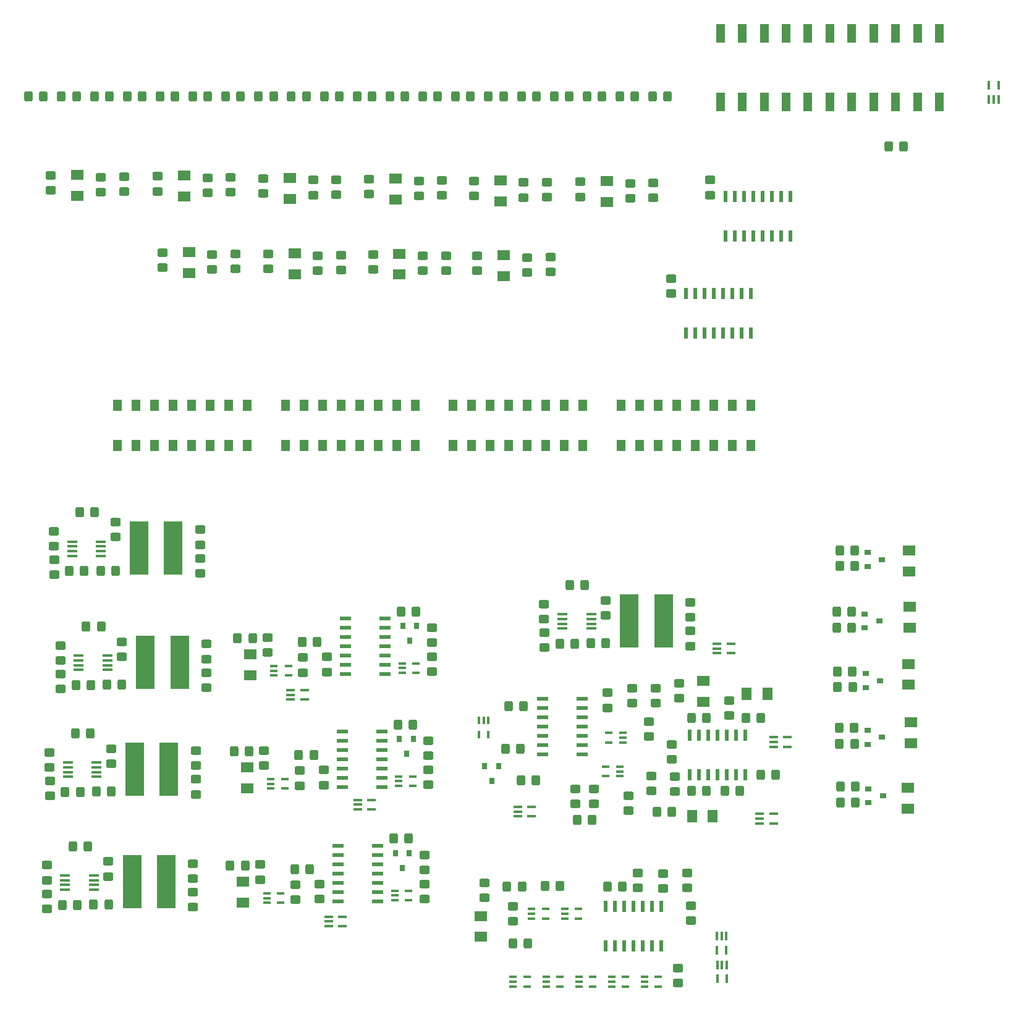
<source format=gtp>
G04 #@! TF.GenerationSoftware,KiCad,Pcbnew,8.0.2*
G04 #@! TF.CreationDate,2024-05-16T19:31:03+09:30*
G04 #@! TF.ProjectId,shutdownPCB,73687574-646f-4776-9e50-43422e6b6963,rev?*
G04 #@! TF.SameCoordinates,Original*
G04 #@! TF.FileFunction,Paste,Top*
G04 #@! TF.FilePolarity,Positive*
%FSLAX46Y46*%
G04 Gerber Fmt 4.6, Leading zero omitted, Abs format (unit mm)*
G04 Created by KiCad (PCBNEW 8.0.2) date 2024-05-16 19:31:03*
%MOMM*%
%LPD*%
G01*
G04 APERTURE LIST*
G04 Aperture macros list*
%AMRoundRect*
0 Rectangle with rounded corners*
0 $1 Rounding radius*
0 $2 $3 $4 $5 $6 $7 $8 $9 X,Y pos of 4 corners*
0 Add a 4 corners polygon primitive as box body*
4,1,4,$2,$3,$4,$5,$6,$7,$8,$9,$2,$3,0*
0 Add four circle primitives for the rounded corners*
1,1,$1+$1,$2,$3*
1,1,$1+$1,$4,$5*
1,1,$1+$1,$6,$7*
1,1,$1+$1,$8,$9*
0 Add four rect primitives between the rounded corners*
20,1,$1+$1,$2,$3,$4,$5,0*
20,1,$1+$1,$4,$5,$6,$7,0*
20,1,$1+$1,$6,$7,$8,$9,0*
20,1,$1+$1,$8,$9,$2,$3,0*%
G04 Aperture macros list end*
%ADD10RoundRect,0.250000X0.450000X-0.325000X0.450000X0.325000X-0.450000X0.325000X-0.450000X-0.325000X0*%
%ADD11R,2.600000X7.300000*%
%ADD12R,1.050000X0.400000*%
%ADD13R,1.340000X1.800000*%
%ADD14RoundRect,0.249550X0.450450X-0.325450X0.450450X0.325450X-0.450450X0.325450X-0.450450X-0.325450X0*%
%ADD15RoundRect,0.250000X-0.450000X0.325000X-0.450000X-0.325000X0.450000X-0.325000X0.450000X0.325000X0*%
%ADD16R,1.800000X1.340000*%
%ADD17R,1.550000X0.600000*%
%ADD18R,1.200000X0.400000*%
%ADD19RoundRect,0.250000X0.325000X0.450000X-0.325000X0.450000X-0.325000X-0.450000X0.325000X-0.450000X0*%
%ADD20RoundRect,0.250000X-0.325000X-0.450000X0.325000X-0.450000X0.325000X0.450000X-0.325000X0.450000X0*%
%ADD21R,0.900000X0.800000*%
%ADD22R,0.400000X1.200000*%
%ADD23RoundRect,0.249550X-0.450450X0.325450X-0.450450X-0.325450X0.450450X-0.325450X0.450450X0.325450X0*%
%ADD24RoundRect,0.249550X0.325450X0.450450X-0.325450X0.450450X-0.325450X-0.450450X0.325450X-0.450450X0*%
%ADD25RoundRect,0.249550X-0.325450X-0.450450X0.325450X-0.450450X0.325450X0.450450X-0.325450X0.450450X0*%
%ADD26R,1.000000X0.400000*%
%ADD27R,0.800000X0.900000*%
%ADD28R,0.600000X1.550000*%
%ADD29R,1.350000X0.450000*%
%ADD30R,1.270000X1.560000*%
%ADD31R,1.270000X2.540000*%
%ADD32R,0.400000X1.050000*%
G04 APERTURE END LIST*
D10*
X71859800Y-167445800D03*
X71859800Y-165395800D03*
D11*
X149796000Y-162001200D03*
X154496000Y-162001200D03*
D12*
X140941400Y-201526400D03*
X140941400Y-202176400D03*
X140941400Y-202826400D03*
X142841400Y-202826400D03*
X142841400Y-201526400D03*
D11*
X82042000Y-182321200D03*
X86742000Y-182321200D03*
D13*
X165905200Y-171999800D03*
X168765200Y-171999800D03*
D14*
X149707600Y-188010800D03*
D10*
X149707600Y-185960800D03*
D15*
X78817200Y-179518200D03*
X78817200Y-181568200D03*
X70068400Y-199413800D03*
X70068400Y-201463800D03*
D10*
X90399600Y-181873000D03*
X90399600Y-179823000D03*
D15*
X156486200Y-209584200D03*
X156486200Y-211634200D03*
X152857200Y-183268400D03*
X152857200Y-185318400D03*
X100330000Y-111758600D03*
X100330000Y-113808600D03*
D16*
X188112400Y-155252400D03*
X188112400Y-152392400D03*
D17*
X109923600Y-192836800D03*
X109923600Y-194106800D03*
X109923600Y-195376800D03*
X109923600Y-196646800D03*
X109923600Y-197916800D03*
X109923600Y-199186800D03*
X109923600Y-200456800D03*
X115323600Y-200456800D03*
X115323600Y-199186800D03*
X115323600Y-197916800D03*
X115323600Y-196646800D03*
X115323600Y-195376800D03*
X115323600Y-194106800D03*
X115323600Y-192836800D03*
D10*
X99196400Y-197476200D03*
X99196400Y-195426200D03*
D12*
X100126000Y-199357200D03*
X100126000Y-200007200D03*
X100126000Y-200657200D03*
X102026000Y-200657200D03*
X102026000Y-199357200D03*
D16*
X188214000Y-162981600D03*
X188214000Y-160121600D03*
D18*
X103393200Y-171511200D03*
X103393200Y-172161200D03*
X103393200Y-172811200D03*
X105293200Y-172811200D03*
X105293200Y-171511200D03*
D15*
X85191600Y-101101800D03*
X85191600Y-103151800D03*
X128524000Y-101753200D03*
X128524000Y-103803200D03*
D19*
X180760700Y-184744400D03*
X178710700Y-184744400D03*
D16*
X74168000Y-100907600D03*
X74168000Y-103767600D03*
D10*
X150999800Y-198629400D03*
X150999800Y-196579400D03*
D15*
X158153600Y-163423600D03*
X158153600Y-165473600D03*
D20*
X108008600Y-90116400D03*
X110058600Y-90116400D03*
X135008600Y-90116400D03*
X137058600Y-90116400D03*
D12*
X136441400Y-201526400D03*
X136441400Y-202176400D03*
X136441400Y-202826400D03*
X138341400Y-202826400D03*
X138341400Y-201526400D03*
D21*
X182422800Y-177038000D03*
X182422800Y-178938000D03*
X184422800Y-177988000D03*
D20*
X138281800Y-198366400D03*
X140331800Y-198366400D03*
D19*
X180289200Y-162966400D03*
X178239200Y-162966400D03*
D10*
X70384400Y-182076200D03*
X70384400Y-180026200D03*
D17*
X110482400Y-177190400D03*
X110482400Y-178460400D03*
X110482400Y-179730400D03*
X110482400Y-181000400D03*
X110482400Y-182270400D03*
X110482400Y-183540400D03*
X110482400Y-184810400D03*
X115882400Y-184810400D03*
X115882400Y-183540400D03*
X115882400Y-182270400D03*
X115882400Y-181000400D03*
X115882400Y-179730400D03*
X115882400Y-178460400D03*
X115882400Y-177190400D03*
D15*
X70435200Y-183937800D03*
X70435200Y-185987800D03*
D22*
X199095600Y-90561200D03*
X199745600Y-90561200D03*
X200395600Y-90561200D03*
X200395600Y-88661200D03*
X199095600Y-88661200D03*
D17*
X143314400Y-180331000D03*
X143314400Y-179061000D03*
X143314400Y-177791000D03*
X143314400Y-176521000D03*
X143314400Y-175251000D03*
X143314400Y-173981000D03*
X143314400Y-172711000D03*
X137914400Y-172711000D03*
X137914400Y-173981000D03*
X137914400Y-175251000D03*
X137914400Y-176521000D03*
X137914400Y-177791000D03*
X137914400Y-179061000D03*
X137914400Y-180331000D03*
D20*
X72142200Y-200946800D03*
X74192200Y-200946800D03*
D19*
X75605600Y-192920400D03*
X73555600Y-192920400D03*
D11*
X83517400Y-167690800D03*
X88217400Y-167690800D03*
D20*
X148508600Y-90116400D03*
X150558600Y-90116400D03*
D23*
X108391200Y-166970600D03*
D15*
X108391200Y-169020600D03*
D24*
X135108400Y-198417200D03*
D19*
X133058400Y-198417200D03*
D23*
X142443200Y-185037400D03*
D15*
X142443200Y-187087400D03*
D23*
X77368400Y-101211000D03*
D15*
X77368400Y-103261000D03*
X152501600Y-175851600D03*
X152501600Y-177901600D03*
D20*
X85508600Y-90116400D03*
X87558600Y-90116400D03*
D19*
X144729200Y-189331600D03*
X142679200Y-189331600D03*
D12*
X133895400Y-210822800D03*
X133895400Y-211472800D03*
X133895400Y-212122800D03*
X135795400Y-212122800D03*
X135795400Y-210822800D03*
X142895400Y-210822800D03*
X142895400Y-211472800D03*
X142895400Y-212122800D03*
X144795400Y-212122800D03*
X144795400Y-210822800D03*
D19*
X97732200Y-179890400D03*
X95682200Y-179890400D03*
D15*
X78450400Y-194994200D03*
X78450400Y-197044200D03*
D20*
X72008600Y-90116400D03*
X74058600Y-90116400D03*
D25*
X118558200Y-160731200D03*
D20*
X120608200Y-160731200D03*
D19*
X106012600Y-196037200D03*
X103962600Y-196037200D03*
D26*
X101092000Y-168216800D03*
X101092000Y-168866800D03*
X101092000Y-169516800D03*
X103092000Y-169516800D03*
X103092000Y-168216800D03*
D12*
X100684800Y-183710800D03*
X100684800Y-184360800D03*
X100684800Y-185010800D03*
X102584800Y-185010800D03*
X102584800Y-183710800D03*
D20*
X153008600Y-90116400D03*
X155058600Y-90116400D03*
X144008600Y-90116400D03*
X146058600Y-90116400D03*
D16*
X88798400Y-101001600D03*
X88798400Y-103861600D03*
D20*
X130508600Y-90116400D03*
X132558600Y-90116400D03*
D15*
X146571200Y-159198200D03*
X146571200Y-161248200D03*
D19*
X180769700Y-186928800D03*
X178719700Y-186928800D03*
X180646800Y-178902400D03*
X178596800Y-178902400D03*
D15*
X124155200Y-101660600D03*
X124155200Y-103710600D03*
D20*
X76409400Y-200896000D03*
X78459400Y-200896000D03*
X162906600Y-185309400D03*
X164956600Y-185309400D03*
X94508600Y-90116400D03*
X96558600Y-90116400D03*
D27*
X131912400Y-181921800D03*
X130012400Y-181921800D03*
X130962400Y-183921800D03*
D10*
X99755200Y-181829800D03*
X99755200Y-179779800D03*
D21*
X182447800Y-152669200D03*
X182447800Y-154569200D03*
X184447800Y-153619200D03*
D15*
X138988800Y-112165000D03*
X138988800Y-114215000D03*
D23*
X135788400Y-112215800D03*
D15*
X135788400Y-114265800D03*
D19*
X180637800Y-176718000D03*
X178587800Y-176718000D03*
D28*
X165658800Y-177674200D03*
X164388800Y-177674200D03*
X163118800Y-177674200D03*
X161848800Y-177674200D03*
X160578800Y-177674200D03*
X159308800Y-177674200D03*
X158038800Y-177674200D03*
X158038800Y-183074200D03*
X159308800Y-183074200D03*
X160578800Y-183074200D03*
X161848800Y-183074200D03*
X163118800Y-183074200D03*
X164388800Y-183074200D03*
X165658800Y-183074200D03*
D16*
X146710400Y-101763600D03*
X146710400Y-104623600D03*
D15*
X85852000Y-111589600D03*
X85852000Y-113639600D03*
X122732800Y-162948400D03*
X122732800Y-164998400D03*
D16*
X129460600Y-202473600D03*
X129460600Y-205333600D03*
X132588000Y-111912400D03*
X132588000Y-114772400D03*
D15*
X70561200Y-101007800D03*
X70561200Y-103057800D03*
X129968600Y-197951000D03*
X129968600Y-200001000D03*
D16*
X89458800Y-111489400D03*
X89458800Y-114349400D03*
D15*
X95859600Y-111742000D03*
X95859600Y-113792000D03*
D20*
X73984400Y-170840400D03*
X76034400Y-170840400D03*
D15*
X121716800Y-198060200D03*
X121716800Y-200110200D03*
D10*
X156667200Y-172618400D03*
X156667200Y-170568400D03*
D12*
X148488400Y-183307400D03*
X148488400Y-182657400D03*
X148488400Y-182007400D03*
X146588400Y-182007400D03*
X146588400Y-183307400D03*
D20*
X67508600Y-90116400D03*
X69558600Y-90116400D03*
D10*
X70967600Y-151790400D03*
X70967600Y-149740400D03*
D18*
X112572800Y-186558400D03*
X112572800Y-187208400D03*
X112572800Y-187858400D03*
X114472800Y-187858400D03*
X114472800Y-186558400D03*
D27*
X120685600Y-162744400D03*
X118785600Y-162744400D03*
X119735600Y-164744400D03*
D29*
X74349000Y-166807600D03*
X74349000Y-167457600D03*
X74349000Y-168107600D03*
X74349000Y-168757600D03*
X78299000Y-168757600D03*
X78299000Y-168107600D03*
X78299000Y-167457600D03*
X78299000Y-166807600D03*
D23*
X92659200Y-111792800D03*
D15*
X92659200Y-113842800D03*
D23*
X91998800Y-101305000D03*
D15*
X91998800Y-103355000D03*
D30*
X148676944Y-138017744D03*
X148676944Y-132457744D03*
X151216944Y-138017744D03*
X151216944Y-132457744D03*
X153756944Y-138017744D03*
X153756944Y-132457744D03*
X156296944Y-138017744D03*
X156296944Y-132457744D03*
X158836944Y-138017744D03*
X158836944Y-132457744D03*
X161376944Y-138017744D03*
X161376944Y-132457744D03*
X163916944Y-138017744D03*
X163916944Y-132457744D03*
X166456944Y-138017744D03*
X166456944Y-132457744D03*
D19*
X180280200Y-160782000D03*
X178230200Y-160782000D03*
D28*
X157556200Y-122537200D03*
X158826200Y-122537200D03*
X160096200Y-122537200D03*
X161366200Y-122537200D03*
X162636200Y-122537200D03*
X163906200Y-122537200D03*
X165176200Y-122537200D03*
X166446200Y-122537200D03*
X166446200Y-117137200D03*
X165176200Y-117137200D03*
X163906200Y-117137200D03*
X162636200Y-117137200D03*
X161366200Y-117137200D03*
X160096200Y-117137200D03*
X158826200Y-117137200D03*
X157556200Y-117137200D03*
D15*
X90399600Y-183743600D03*
X90399600Y-185793600D03*
X138138400Y-159706200D03*
X138138400Y-161756200D03*
X156057600Y-183370000D03*
X156057600Y-185420000D03*
D19*
X75972400Y-177444400D03*
X73922400Y-177444400D03*
X187359400Y-96977200D03*
X185309400Y-96977200D03*
D23*
X106476800Y-101618800D03*
D15*
X106476800Y-103668800D03*
X122275600Y-178442400D03*
X122275600Y-180492400D03*
D14*
X155575000Y-117161400D03*
D10*
X155575000Y-115111400D03*
D25*
X118101000Y-176225200D03*
D20*
X120151000Y-176225200D03*
D30*
X102676944Y-138017744D03*
X102676944Y-132457744D03*
X105216944Y-138017744D03*
X105216944Y-132457744D03*
X107756944Y-138017744D03*
X107756944Y-132457744D03*
X110296944Y-138017744D03*
X110296944Y-132457744D03*
X112836944Y-138017744D03*
X112836944Y-132457744D03*
X115376944Y-138017744D03*
X115376944Y-132457744D03*
X117916944Y-138017744D03*
X117916944Y-132457744D03*
X120456944Y-138017744D03*
X120456944Y-132457744D03*
D10*
X158153600Y-161553000D03*
X158153600Y-159503000D03*
D15*
X90032800Y-199219600D03*
X90032800Y-201269600D03*
D20*
X165802200Y-175352600D03*
X167852200Y-175352600D03*
X99008600Y-90116400D03*
X101058600Y-90116400D03*
D10*
X90982800Y-151587200D03*
X90982800Y-149537200D03*
X91875000Y-167242600D03*
X91875000Y-165192600D03*
D20*
X139508600Y-90116400D03*
X141558600Y-90116400D03*
D15*
X104632000Y-182557200D03*
X104632000Y-184607200D03*
D28*
X163017200Y-109286000D03*
X164287200Y-109286000D03*
X165557200Y-109286000D03*
X166827200Y-109286000D03*
X168097200Y-109286000D03*
X169367200Y-109286000D03*
X170637200Y-109286000D03*
X171907200Y-109286000D03*
X171907200Y-103886000D03*
X170637200Y-103886000D03*
X169367200Y-103886000D03*
X168097200Y-103886000D03*
X166827200Y-103886000D03*
X165557200Y-103886000D03*
X164287200Y-103886000D03*
X163017200Y-103886000D03*
D10*
X163525200Y-175006000D03*
X163525200Y-172956000D03*
D18*
X108610400Y-202560400D03*
X108610400Y-203210400D03*
X108610400Y-203860400D03*
X110510400Y-203860400D03*
X110510400Y-202560400D03*
D10*
X157756200Y-198629400D03*
X157756200Y-196579400D03*
D25*
X167834200Y-183074200D03*
D20*
X169884200Y-183074200D03*
X134966600Y-183836200D03*
X137016600Y-183836200D03*
D18*
X169585600Y-177973200D03*
X169585600Y-178623200D03*
X169585600Y-179273200D03*
X171485600Y-179273200D03*
X171485600Y-177973200D03*
D14*
X160883600Y-103656200D03*
D10*
X160883600Y-101606200D03*
D19*
X180662800Y-152349200D03*
X178612800Y-152349200D03*
D20*
X144530200Y-165100000D03*
X146580200Y-165100000D03*
D15*
X71910600Y-169307400D03*
X71910600Y-171357400D03*
D23*
X107137200Y-111961800D03*
D15*
X107137200Y-114011800D03*
D16*
X96859600Y-197764400D03*
X96859600Y-200624400D03*
D23*
X158264200Y-201049800D03*
D15*
X158264200Y-203099800D03*
D27*
X120228400Y-178238400D03*
X118328400Y-178238400D03*
X119278400Y-180238400D03*
D15*
X138189200Y-163617800D03*
X138189200Y-165667800D03*
D12*
X138395400Y-210822800D03*
X138395400Y-211472800D03*
X138395400Y-212122800D03*
X140295400Y-212122800D03*
X140295400Y-210822800D03*
D19*
X180671800Y-154533600D03*
X178621800Y-154533600D03*
D28*
X146580200Y-206552800D03*
X147850200Y-206552800D03*
X149120200Y-206552800D03*
X150390200Y-206552800D03*
X151660200Y-206552800D03*
X152930200Y-206552800D03*
X154200200Y-206552800D03*
X154200200Y-201152800D03*
X152930200Y-201152800D03*
X151660200Y-201152800D03*
X150390200Y-201152800D03*
X149120200Y-201152800D03*
X147850200Y-201152800D03*
X146580200Y-201152800D03*
D20*
X117008600Y-90116400D03*
X119058600Y-90116400D03*
D25*
X117542200Y-191871600D03*
D20*
X119592200Y-191871600D03*
D15*
X122275600Y-182413800D03*
X122275600Y-184463800D03*
D23*
X121513600Y-112012600D03*
D15*
X121513600Y-114062600D03*
D18*
X134533600Y-187513200D03*
X134533600Y-188163200D03*
X134533600Y-188813200D03*
X136433600Y-188813200D03*
X136433600Y-187513200D03*
D19*
X180383800Y-168945600D03*
X178333800Y-168945600D03*
D16*
X187960000Y-187772000D03*
X187960000Y-184912000D03*
D19*
X76555600Y-147158600D03*
X74505600Y-147158600D03*
D15*
X95199200Y-101254200D03*
X95199200Y-103304200D03*
D19*
X180392800Y-171130000D03*
X178342800Y-171130000D03*
D15*
X104073200Y-198203600D03*
X104073200Y-200253600D03*
D25*
X146825200Y-198468000D03*
D20*
X148875200Y-198468000D03*
X77359400Y-155134200D03*
X79409400Y-155134200D03*
D16*
X103276400Y-101315400D03*
X103276400Y-104175400D03*
D10*
X90032800Y-197349000D03*
X90032800Y-195299000D03*
D16*
X188366400Y-178816000D03*
X188366400Y-175956000D03*
D29*
X73456800Y-151152200D03*
X73456800Y-151802200D03*
X73456800Y-152452200D03*
X73456800Y-153102200D03*
X77406800Y-153102200D03*
X77406800Y-152452200D03*
X77406800Y-151802200D03*
X77406800Y-151152200D03*
D16*
X117754400Y-101408000D03*
X117754400Y-104268000D03*
D15*
X110337600Y-111911000D03*
X110337600Y-113961000D03*
D29*
X72873600Y-181438000D03*
X72873600Y-182088000D03*
X72873600Y-182738000D03*
X72873600Y-183388000D03*
X76823600Y-183388000D03*
X76823600Y-182738000D03*
X76823600Y-182088000D03*
X76823600Y-181438000D03*
D15*
X109677200Y-101568000D03*
X109677200Y-103618000D03*
D30*
X79676944Y-138017744D03*
X79676944Y-132457744D03*
X82216944Y-138017744D03*
X82216944Y-132457744D03*
X84756944Y-138017744D03*
X84756944Y-132457744D03*
X87296944Y-138017744D03*
X87296944Y-132457744D03*
X89836944Y-138017744D03*
X89836944Y-132457744D03*
X92376944Y-138017744D03*
X92376944Y-132457744D03*
X94916944Y-138017744D03*
X94916944Y-132457744D03*
X97456944Y-138017744D03*
X97456944Y-132457744D03*
D23*
X107375200Y-198111000D03*
D15*
X107375200Y-200161000D03*
D20*
X81008600Y-90116400D03*
X83058600Y-90116400D03*
D11*
X81675200Y-197797200D03*
X86375200Y-197797200D03*
D19*
X143726400Y-157124400D03*
X141676400Y-157124400D03*
D15*
X80292600Y-164887800D03*
X80292600Y-166937800D03*
D12*
X147395400Y-210822800D03*
X147395400Y-211472800D03*
X147395400Y-212122800D03*
X149295400Y-212122800D03*
X149295400Y-210822800D03*
D15*
X71018400Y-153652000D03*
X71018400Y-155702000D03*
D22*
X163108400Y-205247200D03*
X162458400Y-205247200D03*
X161808400Y-205247200D03*
X161808400Y-207147200D03*
X163108400Y-207147200D03*
D16*
X118313200Y-111709200D03*
X118313200Y-114569200D03*
X97875600Y-166624000D03*
X97875600Y-169484000D03*
D18*
X167670400Y-188488800D03*
X167670400Y-189138800D03*
X167670400Y-189788800D03*
X169570400Y-189788800D03*
X169570400Y-188488800D03*
D20*
X90008600Y-90116400D03*
X92058600Y-90116400D03*
D27*
X119669600Y-193884800D03*
X117769600Y-193884800D03*
X118719600Y-195884800D03*
D15*
X144983200Y-185037400D03*
X144983200Y-187087400D03*
D23*
X120954800Y-101711400D03*
D15*
X120954800Y-103761400D03*
D29*
X72506800Y-196914000D03*
X72506800Y-197564000D03*
X72506800Y-198214000D03*
X72506800Y-198864000D03*
X76456800Y-198864000D03*
X76456800Y-198214000D03*
X76456800Y-197564000D03*
X76456800Y-196914000D03*
D20*
X158334600Y-185309400D03*
X160384600Y-185309400D03*
D16*
X132130800Y-101653000D03*
X132130800Y-104513000D03*
D15*
X80568800Y-101160200D03*
X80568800Y-103210200D03*
D22*
X163159200Y-209158800D03*
X162509200Y-209158800D03*
X161859200Y-209158800D03*
X161859200Y-211058800D03*
X163159200Y-211058800D03*
D16*
X97418400Y-182118000D03*
X97418400Y-184978000D03*
D15*
X124714000Y-111961800D03*
X124714000Y-114011800D03*
D30*
X125676944Y-138017744D03*
X125676944Y-132457744D03*
X128216944Y-138017744D03*
X128216944Y-132457744D03*
X130756944Y-138017744D03*
X130756944Y-132457744D03*
X133296944Y-138017744D03*
X133296944Y-132457744D03*
X135836944Y-138017744D03*
X135836944Y-132457744D03*
X138376944Y-138017744D03*
X138376944Y-132457744D03*
X140916944Y-138017744D03*
X140916944Y-132457744D03*
X143456944Y-138017744D03*
X143456944Y-132457744D03*
D15*
X91875000Y-169113200D03*
X91875000Y-171163200D03*
D20*
X78251600Y-170789600D03*
X80301600Y-170789600D03*
D19*
X135921200Y-206189600D03*
X133871200Y-206189600D03*
X98189400Y-164396400D03*
X96139400Y-164396400D03*
D12*
X151895400Y-210822800D03*
X151895400Y-211472800D03*
X151895400Y-212122800D03*
X153795400Y-212122800D03*
X153795400Y-210822800D03*
D13*
X158386800Y-188814600D03*
X161246800Y-188814600D03*
D15*
X138531600Y-101905600D03*
X138531600Y-103955600D03*
D20*
X126008600Y-90116400D03*
X128058600Y-90116400D03*
D17*
X110939600Y-161696400D03*
X110939600Y-162966400D03*
X110939600Y-164236400D03*
X110939600Y-165506400D03*
X110939600Y-166776400D03*
X110939600Y-168046400D03*
X110939600Y-169316400D03*
X116339600Y-169316400D03*
X116339600Y-168046400D03*
X116339600Y-166776400D03*
X116339600Y-165506400D03*
X116339600Y-164236400D03*
X116339600Y-162966400D03*
X116339600Y-161696400D03*
D11*
X82625200Y-152035400D03*
X87325200Y-152035400D03*
D21*
X182545700Y-185064400D03*
X182545700Y-186964400D03*
X184545700Y-186014400D03*
D16*
X159918400Y-173125000D03*
X159918400Y-170265000D03*
D20*
X72509000Y-185470800D03*
X74559000Y-185470800D03*
D18*
X161813200Y-165161200D03*
X161813200Y-165811200D03*
X161813200Y-166461200D03*
X163713200Y-166461200D03*
X163713200Y-165161200D03*
D15*
X122732800Y-166919800D03*
X122732800Y-168969800D03*
D20*
X76508600Y-90116400D03*
X78558600Y-90116400D03*
D15*
X114147600Y-101508200D03*
X114147600Y-103558200D03*
X121716800Y-194088800D03*
X121716800Y-196138800D03*
D14*
X150164800Y-173329600D03*
D10*
X150164800Y-171279600D03*
D21*
X182065200Y-161102000D03*
X182065200Y-163002000D03*
X184065200Y-162052000D03*
D15*
X105089200Y-167063200D03*
X105089200Y-169113200D03*
D19*
X135340200Y-173676200D03*
X133290200Y-173676200D03*
D16*
X188010800Y-170789600D03*
X188010800Y-167929600D03*
D23*
X149910800Y-102067000D03*
D15*
X149910800Y-104117000D03*
D12*
X117668000Y-198994000D03*
X117668000Y-199644000D03*
X117668000Y-200294000D03*
X119568000Y-200294000D03*
X119568000Y-198994000D03*
D16*
X103936800Y-111658400D03*
X103936800Y-114518400D03*
D20*
X76776200Y-185420000D03*
X78826200Y-185420000D03*
D15*
X154454200Y-196630200D03*
X154454200Y-198680200D03*
X128981200Y-112012600D03*
X128981200Y-114062600D03*
D20*
X112508600Y-90116400D03*
X114558600Y-90116400D03*
D19*
X97173400Y-195536800D03*
X95123400Y-195536800D03*
D10*
X155600400Y-181000400D03*
X155600400Y-178950400D03*
D15*
X79451200Y-148470400D03*
X79451200Y-150520400D03*
X153111200Y-102016200D03*
X153111200Y-104066200D03*
D14*
X133880200Y-203201400D03*
D10*
X133880200Y-201151400D03*
D21*
X182168800Y-169265600D03*
X182168800Y-171165600D03*
X184168800Y-170215600D03*
D19*
X106571400Y-180390800D03*
X104521400Y-180390800D03*
D23*
X107934000Y-182464600D03*
D15*
X107934000Y-184514600D03*
D12*
X148930400Y-178695000D03*
X148930400Y-178045000D03*
X148930400Y-177395000D03*
X147030400Y-177395000D03*
X147030400Y-178695000D03*
D20*
X73092200Y-155185000D03*
X75142200Y-155185000D03*
D29*
X140627600Y-161118000D03*
X140627600Y-161768000D03*
X140627600Y-162418000D03*
X140627600Y-163068000D03*
X144577600Y-163068000D03*
X144577600Y-162418000D03*
X144577600Y-161768000D03*
X144577600Y-161118000D03*
D19*
X160384600Y-175352600D03*
X158334600Y-175352600D03*
D10*
X70017600Y-197552200D03*
X70017600Y-195502200D03*
D15*
X143103600Y-101863800D03*
X143103600Y-103913800D03*
D19*
X155609400Y-188154200D03*
X153559400Y-188154200D03*
D20*
X140263000Y-165150800D03*
X142313000Y-165150800D03*
D19*
X77447800Y-162814000D03*
X75397800Y-162814000D03*
D23*
X135331200Y-101956400D03*
D15*
X135331200Y-104006400D03*
D31*
X192283600Y-90934000D03*
X189283600Y-90934000D03*
X186283600Y-90934000D03*
X183283600Y-90934000D03*
X180283600Y-90934000D03*
X177283600Y-90934000D03*
X174283600Y-90934000D03*
X171283600Y-90934000D03*
X168283600Y-90934000D03*
X165283600Y-90934000D03*
X162283600Y-90934000D03*
X192283600Y-81534000D03*
X189283600Y-81534000D03*
X186283600Y-81534000D03*
X183283600Y-81534000D03*
X180283600Y-81534000D03*
X177283600Y-81534000D03*
X174283600Y-81534000D03*
X171283600Y-81534000D03*
X168283600Y-81534000D03*
X165283600Y-81534000D03*
X162283600Y-81534000D03*
D14*
X146812000Y-173939200D03*
D10*
X146812000Y-171889200D03*
X153416000Y-173278800D03*
X153416000Y-171228800D03*
D20*
X103508600Y-90116400D03*
X105558600Y-90116400D03*
D32*
X130494800Y-175672600D03*
X129844800Y-175672600D03*
X129194800Y-175672600D03*
X129194800Y-177572600D03*
X130494800Y-177572600D03*
D19*
X107028600Y-164896800D03*
X104978600Y-164896800D03*
D12*
X118684000Y-167853600D03*
X118684000Y-168503600D03*
X118684000Y-169153600D03*
X120584000Y-169153600D03*
X120584000Y-167853600D03*
D15*
X100212400Y-164285800D03*
X100212400Y-166335800D03*
X114706400Y-111809400D03*
X114706400Y-113859400D03*
D20*
X121508600Y-90116400D03*
X123558600Y-90116400D03*
D24*
X134883000Y-179569000D03*
D19*
X132833000Y-179569000D03*
D12*
X118226800Y-183347600D03*
X118226800Y-183997600D03*
X118226800Y-184647600D03*
X120126800Y-184647600D03*
X120126800Y-183347600D03*
D15*
X90982800Y-153457800D03*
X90982800Y-155507800D03*
X99669600Y-101415600D03*
X99669600Y-103465600D03*
M02*

</source>
